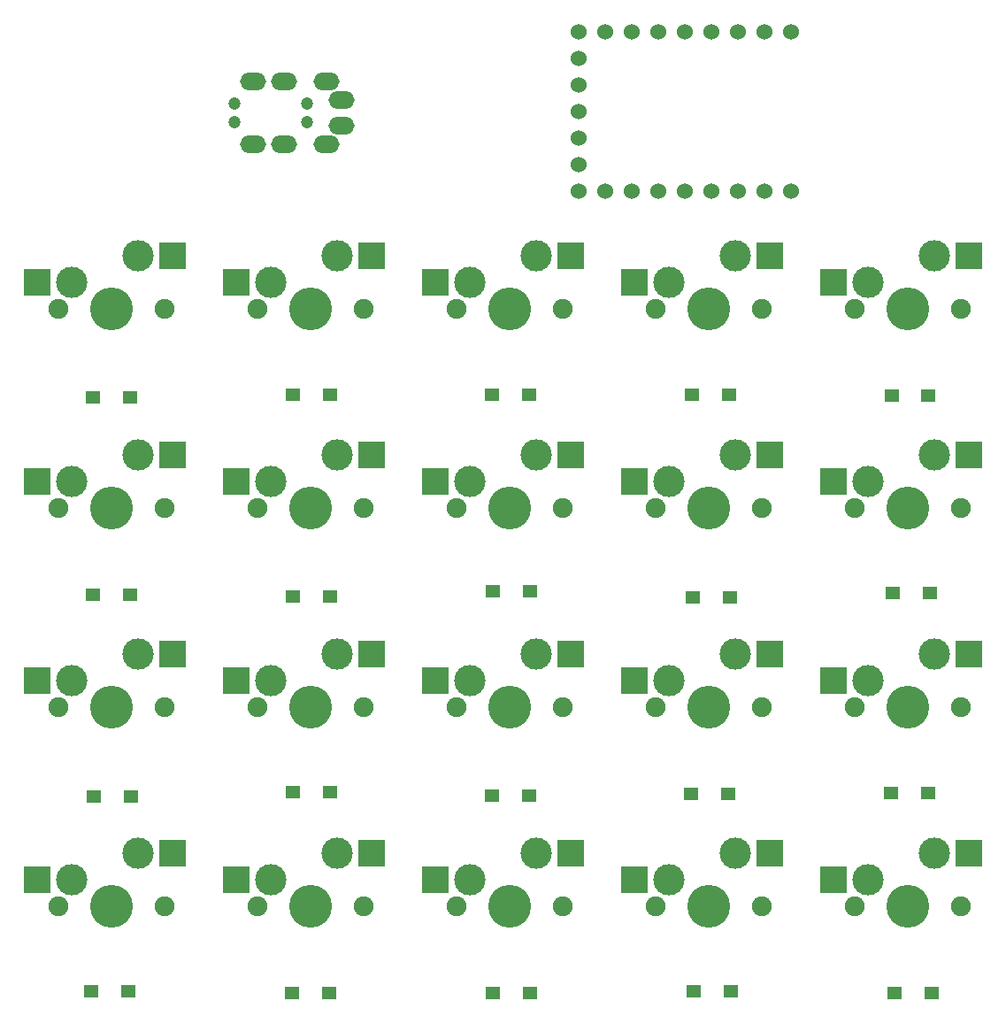
<source format=gbr>
%TF.GenerationSoftware,KiCad,Pcbnew,7.0.8*%
%TF.CreationDate,2023-10-28T15:02:47+09:00*%
%TF.ProjectId,jisaku20rp,6a697361-6b75-4323-9072-702e6b696361,rev?*%
%TF.SameCoordinates,Original*%
%TF.FileFunction,Soldermask,Bot*%
%TF.FilePolarity,Negative*%
%FSLAX46Y46*%
G04 Gerber Fmt 4.6, Leading zero omitted, Abs format (unit mm)*
G04 Created by KiCad (PCBNEW 7.0.8) date 2023-10-28 15:02:47*
%MOMM*%
%LPD*%
G01*
G04 APERTURE LIST*
%ADD10C,1.200000*%
%ADD11O,2.500000X1.700000*%
%ADD12C,1.900000*%
%ADD13C,3.000000*%
%ADD14C,4.100000*%
%ADD15R,2.550000X2.500000*%
%ADD16C,1.524000*%
%ADD17R,1.400000X1.300000*%
G04 APERTURE END LIST*
D10*
%TO.C,J1*%
X11760000Y17870000D03*
X18760000Y17870000D03*
X11760000Y19620000D03*
X18760000Y19620000D03*
D11*
X22060000Y17520000D03*
X22060000Y19970000D03*
X13560000Y15770000D03*
X13560000Y21720000D03*
X16560000Y15770000D03*
X16560000Y21720000D03*
X20560000Y15770000D03*
X20560000Y21720000D03*
%TD*%
D12*
%TO.C,SW15*%
X71120000Y-38100000D03*
D13*
X72390000Y-35560000D03*
D14*
X76200000Y-38100000D03*
D13*
X78740000Y-33020000D03*
D12*
X81280000Y-38100000D03*
D15*
X69115000Y-35560000D03*
X82042000Y-33020000D03*
%TD*%
D12*
%TO.C,SW1*%
X-5080000Y0D03*
D13*
X-3810000Y2540000D03*
D14*
X0Y0D03*
D13*
X2540000Y5080000D03*
D12*
X5080000Y0D03*
D15*
X-7085000Y2540000D03*
X5842000Y5080000D03*
%TD*%
D12*
%TO.C,SW14*%
X52070000Y-38100000D03*
D13*
X53340000Y-35560000D03*
D14*
X57150000Y-38100000D03*
D13*
X59690000Y-33020000D03*
D12*
X62230000Y-38100000D03*
D15*
X50065000Y-35560000D03*
X62992000Y-33020000D03*
%TD*%
D12*
%TO.C,SW2*%
X13970000Y0D03*
D13*
X15240000Y2540000D03*
D14*
X19050000Y0D03*
D13*
X21590000Y5080000D03*
D12*
X24130000Y0D03*
D15*
X11965000Y2540000D03*
X24892000Y5080000D03*
%TD*%
D12*
%TO.C,SW17*%
X13970000Y-57150000D03*
D13*
X15240000Y-54610000D03*
D14*
X19050000Y-57150000D03*
D13*
X21590000Y-52070000D03*
D12*
X24130000Y-57150000D03*
D15*
X11965000Y-54610000D03*
X24892000Y-52070000D03*
%TD*%
D16*
%TO.C,U2*%
X65000000Y11230000D03*
X62460000Y11230000D03*
X59920000Y11230000D03*
X57380000Y11230000D03*
X54840000Y11230000D03*
X52300000Y11230000D03*
X49760000Y11230000D03*
X47220000Y11230000D03*
X44680000Y11230000D03*
X44680000Y13770000D03*
X44680000Y16310000D03*
X44680000Y18850000D03*
X44680000Y21390000D03*
X44680000Y23930000D03*
X44680000Y26470000D03*
X47220000Y26470000D03*
X49760000Y26470000D03*
X52300000Y26470000D03*
X54840000Y26470000D03*
X57380000Y26470000D03*
X59920000Y26470000D03*
X62460000Y26470000D03*
X65000000Y26470000D03*
%TD*%
D12*
%TO.C,SW5*%
X71120000Y0D03*
D13*
X72390000Y2540000D03*
D14*
X76200000Y0D03*
D13*
X78740000Y5080000D03*
D12*
X81280000Y0D03*
D15*
X69115000Y2540000D03*
X82042000Y5080000D03*
%TD*%
D12*
%TO.C,SW7*%
X13970000Y-19050000D03*
D13*
X15240000Y-16510000D03*
D14*
X19050000Y-19050000D03*
D13*
X21590000Y-13970000D03*
D12*
X24130000Y-19050000D03*
D15*
X11965000Y-16510000D03*
X24892000Y-13970000D03*
%TD*%
D12*
%TO.C,SW20*%
X71120000Y-57150000D03*
D13*
X72390000Y-54610000D03*
D14*
X76200000Y-57150000D03*
D13*
X78740000Y-52070000D03*
D12*
X81280000Y-57150000D03*
D15*
X69115000Y-54610000D03*
X82042000Y-52070000D03*
%TD*%
D12*
%TO.C,SW8*%
X33020000Y-19050000D03*
D13*
X34290000Y-16510000D03*
D14*
X38100000Y-19050000D03*
D13*
X40640000Y-13970000D03*
D12*
X43180000Y-19050000D03*
D15*
X31015000Y-16510000D03*
X43942000Y-13970000D03*
%TD*%
D12*
%TO.C,SW10*%
X71120000Y-19050000D03*
D13*
X72390000Y-16510000D03*
D14*
X76200000Y-19050000D03*
D13*
X78740000Y-13970000D03*
D12*
X81280000Y-19050000D03*
D15*
X69115000Y-16510000D03*
X82042000Y-13970000D03*
%TD*%
D12*
%TO.C,SW3*%
X33020000Y0D03*
D13*
X34290000Y2540000D03*
D14*
X38100000Y0D03*
D13*
X40640000Y5080000D03*
D12*
X43180000Y0D03*
D15*
X31015000Y2540000D03*
X43942000Y5080000D03*
%TD*%
D12*
%TO.C,SW16*%
X-5080000Y-57150000D03*
D13*
X-3810000Y-54610000D03*
D14*
X0Y-57150000D03*
D13*
X2540000Y-52070000D03*
D12*
X5080000Y-57150000D03*
D15*
X-7085000Y-54610000D03*
X5842000Y-52070000D03*
%TD*%
D12*
%TO.C,SW18*%
X33020000Y-57150000D03*
D13*
X34290000Y-54610000D03*
D14*
X38100000Y-57150000D03*
D13*
X40640000Y-52070000D03*
D12*
X43180000Y-57150000D03*
D15*
X31015000Y-54610000D03*
X43942000Y-52070000D03*
%TD*%
D12*
%TO.C,SW12*%
X13970000Y-38100000D03*
D13*
X15240000Y-35560000D03*
D14*
X19050000Y-38100000D03*
D13*
X21590000Y-33020000D03*
D12*
X24130000Y-38100000D03*
D15*
X11965000Y-35560000D03*
X24892000Y-33020000D03*
%TD*%
D12*
%TO.C,SW9*%
X52070000Y-19050000D03*
D13*
X53340000Y-16510000D03*
D14*
X57150000Y-19050000D03*
D13*
X59690000Y-13970000D03*
D12*
X62230000Y-19050000D03*
D15*
X50065000Y-16510000D03*
X62992000Y-13970000D03*
%TD*%
D12*
%TO.C,SW11*%
X-5080000Y-38100000D03*
D13*
X-3810000Y-35560000D03*
D14*
X0Y-38100000D03*
D13*
X2540000Y-33020000D03*
D12*
X5080000Y-38100000D03*
D15*
X-7085000Y-35560000D03*
X5842000Y-33020000D03*
%TD*%
D12*
%TO.C,SW6*%
X-5080000Y-19050000D03*
D13*
X-3810000Y-16510000D03*
D14*
X0Y-19050000D03*
D13*
X2540000Y-13970000D03*
D12*
X5080000Y-19050000D03*
D15*
X-7085000Y-16510000D03*
X5842000Y-13970000D03*
%TD*%
D12*
%TO.C,SW4*%
X52070000Y0D03*
D13*
X53340000Y2540000D03*
D14*
X57150000Y0D03*
D13*
X59690000Y5080000D03*
D12*
X62230000Y0D03*
D15*
X50065000Y2540000D03*
X62992000Y5080000D03*
%TD*%
D12*
%TO.C,SW13*%
X33020000Y-38100000D03*
D13*
X34290000Y-35560000D03*
D14*
X38100000Y-38100000D03*
D13*
X40640000Y-33020000D03*
D12*
X43180000Y-38100000D03*
D15*
X31015000Y-35560000D03*
X43942000Y-33020000D03*
%TD*%
D12*
%TO.C,SW19*%
X52070000Y-57150000D03*
D13*
X53340000Y-54610000D03*
D14*
X57150000Y-57150000D03*
D13*
X59690000Y-52070000D03*
D12*
X62230000Y-57150000D03*
D15*
X50065000Y-54610000D03*
X62992000Y-52070000D03*
%TD*%
D17*
%TO.C,D15*%
X74585000Y-46332500D03*
X78135000Y-46332500D03*
%TD*%
%TO.C,D11*%
X-1705000Y-46640000D03*
X1845000Y-46640000D03*
%TD*%
%TO.C,D4*%
X55555000Y-8240000D03*
X59105000Y-8240000D03*
%TD*%
%TO.C,D6*%
X-1725000Y-27340000D03*
X1825000Y-27340000D03*
%TD*%
%TO.C,D9*%
X55665000Y-27630000D03*
X59215000Y-27630000D03*
%TD*%
%TO.C,D8*%
X36535000Y-27050000D03*
X40085000Y-27050000D03*
%TD*%
%TO.C,D20*%
X74920000Y-65430000D03*
X78470000Y-65430000D03*
%TD*%
%TO.C,D17*%
X17286250Y-65430000D03*
X20836250Y-65430000D03*
%TD*%
%TO.C,D12*%
X17367500Y-46230000D03*
X20917500Y-46230000D03*
%TD*%
%TO.C,D10*%
X74795000Y-27195000D03*
X78345000Y-27195000D03*
%TD*%
%TO.C,D5*%
X74655000Y-8300000D03*
X78205000Y-8300000D03*
%TD*%
%TO.C,D13*%
X36440000Y-46537500D03*
X39990000Y-46537500D03*
%TD*%
%TO.C,D1*%
X-1745000Y-8510000D03*
X1805000Y-8510000D03*
%TD*%
%TO.C,D14*%
X55512500Y-46435000D03*
X59062500Y-46435000D03*
%TD*%
%TO.C,D7*%
X17405000Y-27485000D03*
X20955000Y-27485000D03*
%TD*%
%TO.C,D3*%
X36455000Y-8240000D03*
X40005000Y-8240000D03*
%TD*%
%TO.C,D19*%
X55708750Y-65300000D03*
X59258750Y-65300000D03*
%TD*%
%TO.C,D18*%
X36497500Y-65430000D03*
X40047500Y-65430000D03*
%TD*%
%TO.C,D16*%
X-1925000Y-65300000D03*
X1625000Y-65300000D03*
%TD*%
%TO.C,D2*%
X17355000Y-8240000D03*
X20905000Y-8240000D03*
%TD*%
M02*

</source>
